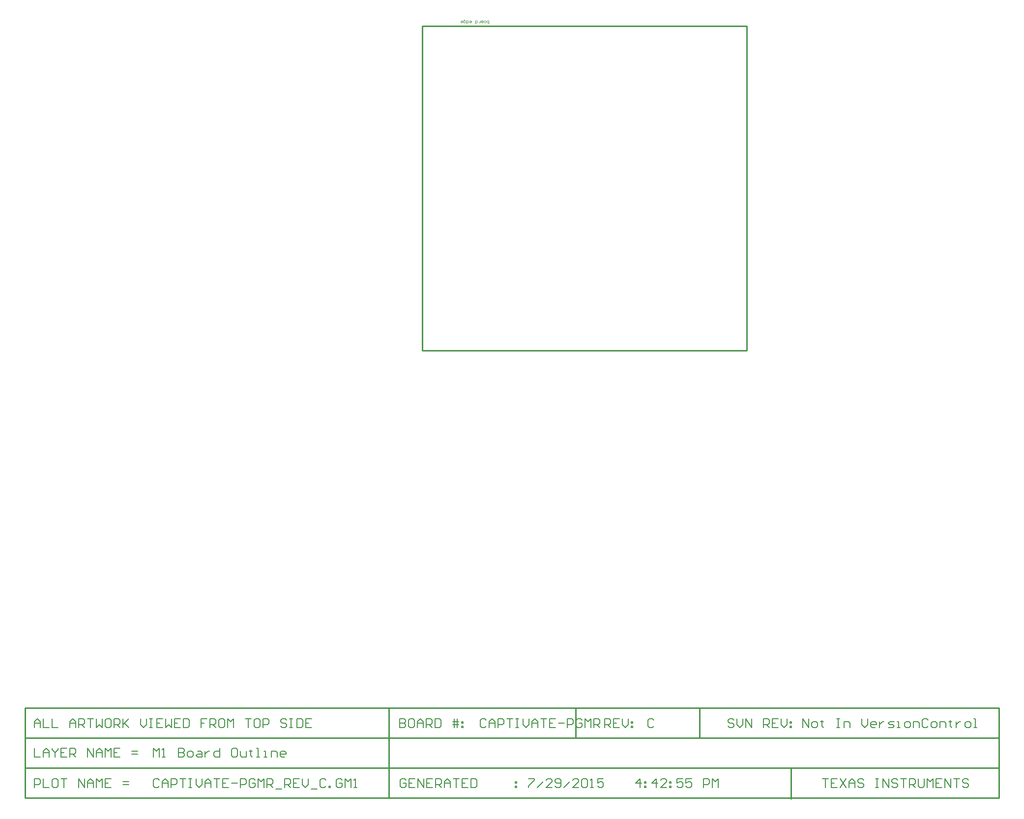
<source format=gm1>
%FSAX25Y25*%
%MOIN*%
G70*
G01*
G75*
G04 Layer_Color=7963671*
%ADD10R,0.01575X0.10236*%
%ADD11R,0.03150X0.02362*%
%ADD12R,0.03150X0.03150*%
%ADD13R,0.03937X0.03740*%
%ADD14R,0.01969X0.01181*%
%ADD15R,0.01181X0.01969*%
%ADD16R,0.02362X0.03150*%
%ADD17R,0.10236X0.01575*%
G04:AMPARAMS|DCode=18|XSize=23.62mil|YSize=39.37mil|CornerRadius=5.91mil|HoleSize=0mil|Usage=FLASHONLY|Rotation=0.000|XOffset=0mil|YOffset=0mil|HoleType=Round|Shape=RoundedRectangle|*
%AMROUNDEDRECTD18*
21,1,0.02362,0.02756,0,0,0.0*
21,1,0.01181,0.03937,0,0,0.0*
1,1,0.01181,0.00591,-0.01378*
1,1,0.01181,-0.00591,-0.01378*
1,1,0.01181,-0.00591,0.01378*
1,1,0.01181,0.00591,0.01378*
%
%ADD18ROUNDEDRECTD18*%
%ADD19R,0.05000X0.06300*%
%ADD20R,0.03740X0.03937*%
%ADD21R,0.04921X0.07087*%
%ADD22R,0.07087X0.04921*%
%ADD23C,0.03937*%
%ADD24O,0.00945X0.02362*%
%ADD25O,0.02362X0.00945*%
%ADD26R,0.16732X0.16732*%
%ADD27R,0.13583X0.13583*%
%ADD28R,0.06890X0.05906*%
%ADD29O,0.01181X0.02362*%
%ADD30R,0.01181X0.02362*%
%ADD31R,0.02165X0.00984*%
%ADD32R,0.02165X0.00787*%
%ADD33R,0.05512X0.03740*%
%ADD34R,0.08268X0.08268*%
%ADD35R,0.06299X0.07480*%
%ADD36R,0.04724X0.07480*%
%ADD37R,0.01575X0.05315*%
%ADD38O,0.02362X0.01181*%
%ADD39R,0.10630X0.10630*%
%ADD40C,0.00800*%
%ADD41C,0.00900*%
%ADD42C,0.01000*%
%ADD43C,0.02000*%
%ADD44C,0.01500*%
%ADD45C,0.01200*%
%ADD46R,0.17200X0.17200*%
%ADD47C,0.06000*%
%ADD48C,0.05906*%
%ADD49R,0.05906X0.05906*%
%ADD50R,0.03937X0.03937*%
%ADD51C,0.09843*%
%ADD52C,0.03000*%
%ADD53C,0.01969*%
%ADD54C,0.04000*%
%ADD55C,0.00100*%
%ADD56C,0.07543*%
%ADD57C,0.06756*%
%ADD58C,0.10693*%
%ADD59C,0.08000*%
%ADD60C,0.05600*%
%ADD61C,0.04787*%
%ADD62C,0.00700*%
%ADD63C,0.00787*%
%ADD64C,0.00669*%
%ADD65C,0.00600*%
%ADD66R,0.01969X0.06299*%
%ADD67R,0.01968X0.06299*%
%ADD68R,0.00787X0.03248*%
%ADD69R,0.01969X0.06299*%
%ADD70R,0.01280X0.02658*%
%ADD71R,0.07039X0.07039*%
%ADD72R,0.05850X0.05850*%
%ADD73R,0.06240X0.05445*%
%ADD74R,0.04677X0.04677*%
%ADD75R,0.00100X0.00100*%
%ADD76R,0.01969X0.10630*%
%ADD77R,0.03543X0.02756*%
%ADD78R,0.03543X0.03543*%
%ADD79R,0.04331X0.04134*%
%ADD80R,0.02362X0.01575*%
%ADD81R,0.01575X0.02362*%
%ADD82R,0.02756X0.03543*%
%ADD83R,0.10630X0.01969*%
G04:AMPARAMS|DCode=84|XSize=27.56mil|YSize=43.31mil|CornerRadius=7.87mil|HoleSize=0mil|Usage=FLASHONLY|Rotation=0.000|XOffset=0mil|YOffset=0mil|HoleType=Round|Shape=RoundedRectangle|*
%AMROUNDEDRECTD84*
21,1,0.02756,0.02756,0,0,0.0*
21,1,0.01181,0.04331,0,0,0.0*
1,1,0.01575,0.00591,-0.01378*
1,1,0.01575,-0.00591,-0.01378*
1,1,0.01575,-0.00591,0.01378*
1,1,0.01575,0.00591,0.01378*
%
%ADD84ROUNDEDRECTD84*%
%ADD85R,0.05394X0.06694*%
%ADD86R,0.04134X0.04331*%
%ADD87R,0.05315X0.07480*%
%ADD88R,0.07480X0.05315*%
%ADD89C,0.07874*%
%ADD90O,0.01496X0.02913*%
%ADD91O,0.02913X0.01496*%
%ADD92R,0.17126X0.17126*%
%ADD93O,0.02756X0.01339*%
%ADD94O,0.01339X0.02756*%
%ADD95R,0.13976X0.13976*%
%ADD96R,0.07284X0.06299*%
%ADD97O,0.01575X0.02756*%
%ADD98R,0.01575X0.02756*%
%ADD99R,0.02559X0.01378*%
%ADD100R,0.02559X0.01181*%
%ADD101R,0.05906X0.04134*%
%ADD102R,0.08661X0.08661*%
%ADD103R,0.06693X0.07874*%
%ADD104R,0.05118X0.07874*%
%ADD105R,0.01969X0.05709*%
%ADD106O,0.02756X0.01575*%
%ADD107R,0.11024X0.11024*%
%ADD108C,0.06394*%
%ADD109C,0.06299*%
%ADD110R,0.06299X0.06299*%
%ADD111C,0.04331*%
%ADD112R,0.04331X0.04331*%
%ADD113C,0.10236*%
%ADD114C,0.02362*%
%ADD115C,0.00472*%
%ADD116C,0.00394*%
G54D40*
X0126900Y0067551D02*
Y0073549D01*
X0128899Y0071549D01*
X0130899Y0073549D01*
Y0067551D01*
X0132898D02*
X0134897D01*
X0133898D01*
Y0073549D01*
X0132898Y0072549D01*
X0143895Y0073549D02*
Y0067551D01*
X0146894D01*
X0147893Y0068550D01*
Y0069550D01*
X0146894Y0070550D01*
X0143895D01*
X0146894D01*
X0147893Y0071549D01*
Y0072549D01*
X0146894Y0073549D01*
X0143895D01*
X0150892Y0067551D02*
X0152892D01*
X0153891Y0068550D01*
Y0070550D01*
X0152892Y0071549D01*
X0150892D01*
X0149893Y0070550D01*
Y0068550D01*
X0150892Y0067551D01*
X0156890Y0071549D02*
X0158890D01*
X0159889Y0070550D01*
Y0067551D01*
X0156890D01*
X0155891Y0068550D01*
X0156890Y0069550D01*
X0159889D01*
X0161889Y0071549D02*
Y0067551D01*
Y0069550D01*
X0162888Y0070550D01*
X0163888Y0071549D01*
X0164888D01*
X0171885Y0073549D02*
Y0067551D01*
X0168886D01*
X0167887Y0068550D01*
Y0070550D01*
X0168886Y0071549D01*
X0171885D01*
X0182882Y0073549D02*
X0180883D01*
X0179883Y0072549D01*
Y0068550D01*
X0180883Y0067551D01*
X0182882D01*
X0183882Y0068550D01*
Y0072549D01*
X0182882Y0073549D01*
X0185881Y0071549D02*
Y0068550D01*
X0186881Y0067551D01*
X0189880D01*
Y0071549D01*
X0192879Y0072549D02*
Y0071549D01*
X0191879D01*
X0193878D01*
X0192879D01*
Y0068550D01*
X0193878Y0067551D01*
X0196877D02*
X0198877D01*
X0197877D01*
Y0073549D01*
X0196877D01*
X0201876Y0067551D02*
X0203875D01*
X0202875D01*
Y0071549D01*
X0201876D01*
X0206874Y0067551D02*
Y0071549D01*
X0209873D01*
X0210873Y0070550D01*
Y0067551D01*
X0215871D02*
X0213872D01*
X0212872Y0068550D01*
Y0070550D01*
X0213872Y0071549D01*
X0215871D01*
X0216871Y0070550D01*
Y0069550D01*
X0212872D01*
X0567400Y0087833D02*
Y0093831D01*
X0571399Y0087833D01*
Y0093831D01*
X0574398Y0087833D02*
X0576397D01*
X0577397Y0088833D01*
Y0090832D01*
X0576397Y0091832D01*
X0574398D01*
X0573398Y0090832D01*
Y0088833D01*
X0574398Y0087833D01*
X0580396Y0092832D02*
Y0091832D01*
X0579396D01*
X0581395D01*
X0580396D01*
Y0088833D01*
X0581395Y0087833D01*
X0590393Y0093831D02*
X0592392D01*
X0591392D01*
Y0087833D01*
X0590393D01*
X0592392D01*
X0595391D02*
Y0091832D01*
X0598390D01*
X0599390Y0090832D01*
Y0087833D01*
X0607387Y0093831D02*
Y0089833D01*
X0609386Y0087833D01*
X0611386Y0089833D01*
Y0093831D01*
X0616384Y0087833D02*
X0614385D01*
X0613385Y0088833D01*
Y0090832D01*
X0614385Y0091832D01*
X0616384D01*
X0617384Y0090832D01*
Y0089833D01*
X0613385D01*
X0619383Y0091832D02*
Y0087833D01*
Y0089833D01*
X0620383Y0090832D01*
X0621383Y0091832D01*
X0622382D01*
X0625381Y0087833D02*
X0628380D01*
X0629380Y0088833D01*
X0628380Y0089833D01*
X0626381D01*
X0625381Y0090832D01*
X0626381Y0091832D01*
X0629380D01*
X0631379Y0087833D02*
X0633379D01*
X0632379D01*
Y0091832D01*
X0631379D01*
X0637377Y0087833D02*
X0639377D01*
X0640376Y0088833D01*
Y0090832D01*
X0639377Y0091832D01*
X0637377D01*
X0636378Y0090832D01*
Y0088833D01*
X0637377Y0087833D01*
X0642376D02*
Y0091832D01*
X0645375D01*
X0646374Y0090832D01*
Y0087833D01*
X0652373Y0092832D02*
X0651373Y0093831D01*
X0649373D01*
X0648374Y0092832D01*
Y0088833D01*
X0649373Y0087833D01*
X0651373D01*
X0652373Y0088833D01*
X0655372Y0087833D02*
X0657371D01*
X0658371Y0088833D01*
Y0090832D01*
X0657371Y0091832D01*
X0655372D01*
X0654372Y0090832D01*
Y0088833D01*
X0655372Y0087833D01*
X0660370D02*
Y0091832D01*
X0663369D01*
X0664369Y0090832D01*
Y0087833D01*
X0667368Y0092832D02*
Y0091832D01*
X0666368D01*
X0668367D01*
X0667368D01*
Y0088833D01*
X0668367Y0087833D01*
X0671366Y0091832D02*
Y0087833D01*
Y0089833D01*
X0672366Y0090832D01*
X0673366Y0091832D01*
X0674365D01*
X0678364Y0087833D02*
X0680364D01*
X0681363Y0088833D01*
Y0090832D01*
X0680364Y0091832D01*
X0678364D01*
X0677364Y0090832D01*
Y0088833D01*
X0678364Y0087833D01*
X0683362D02*
X0685362D01*
X0684362D01*
Y0093831D01*
X0683362D01*
X0520799Y0092832D02*
X0519799Y0093831D01*
X0517800D01*
X0516800Y0092832D01*
Y0091832D01*
X0517800Y0090832D01*
X0519799D01*
X0520799Y0089833D01*
Y0088833D01*
X0519799Y0087833D01*
X0517800D01*
X0516800Y0088833D01*
X0522798Y0093831D02*
Y0089833D01*
X0524797Y0087833D01*
X0526797Y0089833D01*
Y0093831D01*
X0528796Y0087833D02*
Y0093831D01*
X0532795Y0087833D01*
Y0093831D01*
X0540792Y0087833D02*
Y0093831D01*
X0543791D01*
X0544791Y0092832D01*
Y0090832D01*
X0543791Y0089833D01*
X0540792D01*
X0542792D02*
X0544791Y0087833D01*
X0550789Y0093831D02*
X0546790D01*
Y0087833D01*
X0550789D01*
X0546790Y0090832D02*
X0548790D01*
X0552788Y0093831D02*
Y0089833D01*
X0554788Y0087833D01*
X0556787Y0089833D01*
Y0093831D01*
X0558786Y0091832D02*
X0559786D01*
Y0090832D01*
X0558786D01*
Y0091832D01*
Y0088833D02*
X0559786D01*
Y0087833D01*
X0558786D01*
Y0088833D01*
X0433000Y0087833D02*
Y0093831D01*
X0435999D01*
X0436999Y0092832D01*
Y0090832D01*
X0435999Y0089833D01*
X0433000D01*
X0434999D02*
X0436999Y0087833D01*
X0442997Y0093831D02*
X0438998D01*
Y0087833D01*
X0442997D01*
X0438998Y0090832D02*
X0440997D01*
X0444996Y0093831D02*
Y0089833D01*
X0446995Y0087833D01*
X0448995Y0089833D01*
Y0093831D01*
X0450994Y0091832D02*
X0451994D01*
Y0090832D01*
X0450994D01*
Y0091832D01*
Y0088833D02*
X0451994D01*
Y0087833D01*
X0450994D01*
Y0088833D01*
X0130899Y0051965D02*
X0129899Y0052965D01*
X0127900D01*
X0126900Y0051965D01*
Y0047966D01*
X0127900Y0046966D01*
X0129899D01*
X0130899Y0047966D01*
X0132898Y0046966D02*
Y0050965D01*
X0134897Y0052965D01*
X0136897Y0050965D01*
Y0046966D01*
Y0049966D01*
X0132898D01*
X0138896Y0046966D02*
Y0052965D01*
X0141895D01*
X0142895Y0051965D01*
Y0049966D01*
X0141895Y0048966D01*
X0138896D01*
X0144894Y0052965D02*
X0148893D01*
X0146894D01*
Y0046966D01*
X0150892Y0052965D02*
X0152892D01*
X0151892D01*
Y0046966D01*
X0150892D01*
X0152892D01*
X0155891Y0052965D02*
Y0048966D01*
X0157890Y0046966D01*
X0159889Y0048966D01*
Y0052965D01*
X0161889Y0046966D02*
Y0050965D01*
X0163888Y0052965D01*
X0165887Y0050965D01*
Y0046966D01*
Y0049966D01*
X0161889D01*
X0167887Y0052965D02*
X0171885D01*
X0169886D01*
Y0046966D01*
X0177884Y0052965D02*
X0173885D01*
Y0046966D01*
X0177884D01*
X0173885Y0049966D02*
X0175884D01*
X0179883D02*
X0183882D01*
X0185881Y0046966D02*
Y0052965D01*
X0188880D01*
X0189880Y0051965D01*
Y0049966D01*
X0188880Y0048966D01*
X0185881D01*
X0195878Y0051965D02*
X0194878Y0052965D01*
X0192879D01*
X0191879Y0051965D01*
Y0047966D01*
X0192879Y0046966D01*
X0194878D01*
X0195878Y0047966D01*
Y0049966D01*
X0193878D01*
X0197877Y0046966D02*
Y0052965D01*
X0199876Y0050965D01*
X0201876Y0052965D01*
Y0046966D01*
X0203875D02*
Y0052965D01*
X0206874D01*
X0207874Y0051965D01*
Y0049966D01*
X0206874Y0048966D01*
X0203875D01*
X0205874D02*
X0207874Y0046966D01*
X0209873Y0045967D02*
X0213872D01*
X0215871Y0046966D02*
Y0052965D01*
X0218870D01*
X0219870Y0051965D01*
Y0049966D01*
X0218870Y0048966D01*
X0215871D01*
X0217871D02*
X0219870Y0046966D01*
X0225868Y0052965D02*
X0221869D01*
Y0046966D01*
X0225868D01*
X0221869Y0049966D02*
X0223869D01*
X0227867Y0052965D02*
Y0048966D01*
X0229867Y0046966D01*
X0231866Y0048966D01*
Y0052965D01*
X0233865Y0045967D02*
X0237864D01*
X0243862Y0051965D02*
X0242863Y0052965D01*
X0240863D01*
X0239863Y0051965D01*
Y0047966D01*
X0240863Y0046966D01*
X0242863D01*
X0243862Y0047966D01*
X0245862Y0046966D02*
Y0047966D01*
X0246861D01*
Y0046966D01*
X0245862D01*
X0254859Y0051965D02*
X0253859Y0052965D01*
X0251860D01*
X0250860Y0051965D01*
Y0047966D01*
X0251860Y0046966D01*
X0253859D01*
X0254859Y0047966D01*
Y0049966D01*
X0252859D01*
X0256858Y0046966D02*
Y0052965D01*
X0258857Y0050965D01*
X0260857Y0052965D01*
Y0046966D01*
X0262856D02*
X0264855D01*
X0263856D01*
Y0052965D01*
X0262856Y0051965D01*
X0381150Y0052965D02*
X0385149D01*
Y0051965D01*
X0381150Y0047966D01*
Y0046966D01*
X0387148D02*
X0391147Y0050965D01*
X0397145Y0046966D02*
X0393146D01*
X0397145Y0050965D01*
Y0051965D01*
X0396145Y0052965D01*
X0394146D01*
X0393146Y0051965D01*
X0399144Y0047966D02*
X0400144Y0046966D01*
X0402143D01*
X0403143Y0047966D01*
Y0051965D01*
X0402143Y0052965D01*
X0400144D01*
X0399144Y0051965D01*
Y0050965D01*
X0400144Y0049966D01*
X0403143D01*
X0405142Y0046966D02*
X0409141Y0050965D01*
X0415139Y0046966D02*
X0411140D01*
X0415139Y0050965D01*
Y0051965D01*
X0414139Y0052965D01*
X0412140D01*
X0411140Y0051965D01*
X0417138D02*
X0418138Y0052965D01*
X0420137D01*
X0421137Y0051965D01*
Y0047966D01*
X0420137Y0046966D01*
X0418138D01*
X0417138Y0047966D01*
Y0051965D01*
X0423136Y0046966D02*
X0425136D01*
X0424136D01*
Y0052965D01*
X0423136Y0051965D01*
X0432133Y0052965D02*
X0428135D01*
Y0049966D01*
X0430134Y0050965D01*
X0431134D01*
X0432133Y0049966D01*
Y0047966D01*
X0431134Y0046966D01*
X0429135D01*
X0428135Y0047966D01*
X0298199Y0051965D02*
X0297199Y0052965D01*
X0295200D01*
X0294200Y0051965D01*
Y0047966D01*
X0295200Y0046966D01*
X0297199D01*
X0298199Y0047966D01*
Y0049966D01*
X0296199D01*
X0304197Y0052965D02*
X0300198D01*
Y0046966D01*
X0304197D01*
X0300198Y0049966D02*
X0302197D01*
X0306196Y0046966D02*
Y0052965D01*
X0310195Y0046966D01*
Y0052965D01*
X0316193D02*
X0312194D01*
Y0046966D01*
X0316193D01*
X0312194Y0049966D02*
X0314194D01*
X0318192Y0046966D02*
Y0052965D01*
X0321191D01*
X0322191Y0051965D01*
Y0049966D01*
X0321191Y0048966D01*
X0318192D01*
X0320192D02*
X0322191Y0046966D01*
X0324190D02*
Y0050965D01*
X0326190Y0052965D01*
X0328189Y0050965D01*
Y0046966D01*
Y0049966D01*
X0324190D01*
X0330188Y0052965D02*
X0334187D01*
X0332188D01*
Y0046966D01*
X0340185Y0052965D02*
X0336186D01*
Y0046966D01*
X0340185D01*
X0336186Y0049966D02*
X0338186D01*
X0342184Y0052965D02*
Y0046966D01*
X0345183D01*
X0346183Y0047966D01*
Y0051965D01*
X0345183Y0052965D01*
X0342184D01*
X0372175Y0050965D02*
X0373175D01*
Y0049966D01*
X0372175D01*
Y0050965D01*
Y0047966D02*
X0373175D01*
Y0046966D01*
X0372175D01*
Y0047966D01*
X0046350Y0087833D02*
Y0091832D01*
X0048349Y0093831D01*
X0050349Y0091832D01*
Y0087833D01*
Y0090832D01*
X0046350D01*
X0052348Y0093831D02*
Y0087833D01*
X0056347D01*
X0058346Y0093831D02*
Y0087833D01*
X0062345D01*
X0070342D02*
Y0091832D01*
X0072342Y0093831D01*
X0074341Y0091832D01*
Y0087833D01*
Y0090832D01*
X0070342D01*
X0076340Y0087833D02*
Y0093831D01*
X0079339D01*
X0080339Y0092832D01*
Y0090832D01*
X0079339Y0089833D01*
X0076340D01*
X0078340D02*
X0080339Y0087833D01*
X0082338Y0093831D02*
X0086337D01*
X0084338D01*
Y0087833D01*
X0088336Y0093831D02*
Y0087833D01*
X0090336Y0089833D01*
X0092335Y0087833D01*
Y0093831D01*
X0097334D02*
X0095334D01*
X0094335Y0092832D01*
Y0088833D01*
X0095334Y0087833D01*
X0097334D01*
X0098333Y0088833D01*
Y0092832D01*
X0097334Y0093831D01*
X0100332Y0087833D02*
Y0093831D01*
X0103332D01*
X0104331Y0092832D01*
Y0090832D01*
X0103332Y0089833D01*
X0100332D01*
X0102332D02*
X0104331Y0087833D01*
X0106331Y0093831D02*
Y0087833D01*
Y0089833D01*
X0110329Y0093831D01*
X0107330Y0090832D01*
X0110329Y0087833D01*
X0118327Y0093831D02*
Y0089833D01*
X0120326Y0087833D01*
X0122325Y0089833D01*
Y0093831D01*
X0124325D02*
X0126324D01*
X0125324D01*
Y0087833D01*
X0124325D01*
X0126324D01*
X0133322Y0093831D02*
X0129323D01*
Y0087833D01*
X0133322D01*
X0129323Y0090832D02*
X0131323D01*
X0135321Y0093831D02*
Y0087833D01*
X0137321Y0089833D01*
X0139320Y0087833D01*
Y0093831D01*
X0145318D02*
X0141319D01*
Y0087833D01*
X0145318D01*
X0141319Y0090832D02*
X0143319D01*
X0147317Y0093831D02*
Y0087833D01*
X0150316D01*
X0151316Y0088833D01*
Y0092832D01*
X0150316Y0093831D01*
X0147317D01*
X0163312D02*
X0159313D01*
Y0090832D01*
X0161313D01*
X0159313D01*
Y0087833D01*
X0165312D02*
Y0093831D01*
X0168310D01*
X0169310Y0092832D01*
Y0090832D01*
X0168310Y0089833D01*
X0165312D01*
X0167311D02*
X0169310Y0087833D01*
X0174309Y0093831D02*
X0172309D01*
X0171310Y0092832D01*
Y0088833D01*
X0172309Y0087833D01*
X0174309D01*
X0175308Y0088833D01*
Y0092832D01*
X0174309Y0093831D01*
X0177308Y0087833D02*
Y0093831D01*
X0179307Y0091832D01*
X0181306Y0093831D01*
Y0087833D01*
X0189304Y0093831D02*
X0193303D01*
X0191303D01*
Y0087833D01*
X0198301Y0093831D02*
X0196301D01*
X0195302Y0092832D01*
Y0088833D01*
X0196301Y0087833D01*
X0198301D01*
X0199301Y0088833D01*
Y0092832D01*
X0198301Y0093831D01*
X0201300Y0087833D02*
Y0093831D01*
X0204299D01*
X0205299Y0092832D01*
Y0090832D01*
X0204299Y0089833D01*
X0201300D01*
X0217295Y0092832D02*
X0216295Y0093831D01*
X0214296D01*
X0213296Y0092832D01*
Y0091832D01*
X0214296Y0090832D01*
X0216295D01*
X0217295Y0089833D01*
Y0088833D01*
X0216295Y0087833D01*
X0214296D01*
X0213296Y0088833D01*
X0219294Y0093831D02*
X0221293D01*
X0220294D01*
Y0087833D01*
X0219294D01*
X0221293D01*
X0224292Y0093831D02*
Y0087833D01*
X0227291D01*
X0228291Y0088833D01*
Y0092832D01*
X0227291Y0093831D01*
X0224292D01*
X0234289D02*
X0230291D01*
Y0087833D01*
X0234289D01*
X0230291Y0090832D02*
X0232290D01*
X0466149Y0092832D02*
X0465149Y0093831D01*
X0463150D01*
X0462150Y0092832D01*
Y0088833D01*
X0463150Y0087833D01*
X0465149D01*
X0466149Y0088833D01*
X0352549Y0092832D02*
X0351549Y0093831D01*
X0349550D01*
X0348550Y0092832D01*
Y0088833D01*
X0349550Y0087833D01*
X0351549D01*
X0352549Y0088833D01*
X0354548Y0087833D02*
Y0091832D01*
X0356547Y0093831D01*
X0358547Y0091832D01*
Y0087833D01*
Y0090832D01*
X0354548D01*
X0360546Y0087833D02*
Y0093831D01*
X0363545D01*
X0364545Y0092832D01*
Y0090832D01*
X0363545Y0089833D01*
X0360546D01*
X0366544Y0093831D02*
X0370543D01*
X0368544D01*
Y0087833D01*
X0372542Y0093831D02*
X0374542D01*
X0373542D01*
Y0087833D01*
X0372542D01*
X0374542D01*
X0377541Y0093831D02*
Y0089833D01*
X0379540Y0087833D01*
X0381539Y0089833D01*
Y0093831D01*
X0383539Y0087833D02*
Y0091832D01*
X0385538Y0093831D01*
X0387537Y0091832D01*
Y0087833D01*
Y0090832D01*
X0383539D01*
X0389537Y0093831D02*
X0393535D01*
X0391536D01*
Y0087833D01*
X0399534Y0093831D02*
X0395535D01*
Y0087833D01*
X0399534D01*
X0395535Y0090832D02*
X0397534D01*
X0401533D02*
X0405532D01*
X0407531Y0087833D02*
Y0093831D01*
X0410530D01*
X0411530Y0092832D01*
Y0090832D01*
X0410530Y0089833D01*
X0407531D01*
X0417528Y0092832D02*
X0416528Y0093831D01*
X0414529D01*
X0413529Y0092832D01*
Y0088833D01*
X0414529Y0087833D01*
X0416528D01*
X0417528Y0088833D01*
Y0090832D01*
X0415528D01*
X0419527Y0087833D02*
Y0093831D01*
X0421526Y0091832D01*
X0423526Y0093831D01*
Y0087833D01*
X0425525D02*
Y0093831D01*
X0428524D01*
X0429524Y0092832D01*
Y0090832D01*
X0428524Y0089833D01*
X0425525D01*
X0427524D02*
X0429524Y0087833D01*
X0294000Y0093831D02*
Y0087833D01*
X0296999D01*
X0297999Y0088833D01*
Y0089833D01*
X0296999Y0090832D01*
X0294000D01*
X0296999D01*
X0297999Y0091832D01*
Y0092832D01*
X0296999Y0093831D01*
X0294000D01*
X0302997D02*
X0300998D01*
X0299998Y0092832D01*
Y0088833D01*
X0300998Y0087833D01*
X0302997D01*
X0303997Y0088833D01*
Y0092832D01*
X0302997Y0093831D01*
X0305996Y0087833D02*
Y0091832D01*
X0307996Y0093831D01*
X0309995Y0091832D01*
Y0087833D01*
Y0090832D01*
X0305996D01*
X0311994Y0087833D02*
Y0093831D01*
X0314993D01*
X0315993Y0092832D01*
Y0090832D01*
X0314993Y0089833D01*
X0311994D01*
X0313994D02*
X0315993Y0087833D01*
X0317992Y0093831D02*
Y0087833D01*
X0320991D01*
X0321991Y0088833D01*
Y0092832D01*
X0320991Y0093831D01*
X0317992D01*
X0330988Y0087833D02*
Y0093831D01*
X0332987D02*
Y0087833D01*
X0329988Y0091832D02*
X0332987D01*
X0333987D01*
X0329988Y0089833D02*
X0333987D01*
X0335986Y0091832D02*
X0336986D01*
Y0090832D01*
X0335986D01*
Y0091832D01*
Y0088833D02*
X0336986D01*
Y0087833D01*
X0335986D01*
Y0088833D01*
X0046350Y0073549D02*
Y0067551D01*
X0050349D01*
X0052348D02*
Y0071549D01*
X0054347Y0073549D01*
X0056347Y0071549D01*
Y0067551D01*
Y0070550D01*
X0052348D01*
X0058346Y0073549D02*
Y0072549D01*
X0060346Y0070550D01*
X0062345Y0072549D01*
Y0073549D01*
X0060346Y0070550D02*
Y0067551D01*
X0068343Y0073549D02*
X0064344D01*
Y0067551D01*
X0068343D01*
X0064344Y0070550D02*
X0066343D01*
X0070342Y0067551D02*
Y0073549D01*
X0073341D01*
X0074341Y0072549D01*
Y0070550D01*
X0073341Y0069550D01*
X0070342D01*
X0072342D02*
X0074341Y0067551D01*
X0082338D02*
Y0073549D01*
X0086337Y0067551D01*
Y0073549D01*
X0088336Y0067551D02*
Y0071549D01*
X0090336Y0073549D01*
X0092335Y0071549D01*
Y0067551D01*
Y0070550D01*
X0088336D01*
X0094335Y0067551D02*
Y0073549D01*
X0096334Y0071549D01*
X0098333Y0073549D01*
Y0067551D01*
X0104331Y0073549D02*
X0100332D01*
Y0067551D01*
X0104331D01*
X0100332Y0070550D02*
X0102332D01*
X0112329Y0069550D02*
X0116327D01*
X0112329Y0071549D02*
X0116327D01*
X0046350Y0046966D02*
Y0052965D01*
X0049349D01*
X0050349Y0051965D01*
Y0049966D01*
X0049349Y0048966D01*
X0046350D01*
X0052348Y0052965D02*
Y0046966D01*
X0056347D01*
X0061345Y0052965D02*
X0059346D01*
X0058346Y0051965D01*
Y0047966D01*
X0059346Y0046966D01*
X0061345D01*
X0062345Y0047966D01*
Y0051965D01*
X0061345Y0052965D01*
X0064344D02*
X0068343D01*
X0066343D01*
Y0046966D01*
X0076340D02*
Y0052965D01*
X0080339Y0046966D01*
Y0052965D01*
X0082338Y0046966D02*
Y0050965D01*
X0084338Y0052965D01*
X0086337Y0050965D01*
Y0046966D01*
Y0049966D01*
X0082338D01*
X0088336Y0046966D02*
Y0052965D01*
X0090336Y0050965D01*
X0092335Y0052965D01*
Y0046966D01*
X0098333Y0052965D02*
X0094335D01*
Y0046966D01*
X0098333D01*
X0094335Y0049966D02*
X0096334D01*
X0106331Y0048966D02*
X0110329D01*
X0106331Y0050965D02*
X0110329D01*
X0457049Y0046966D02*
Y0052965D01*
X0454050Y0049966D01*
X0458049D01*
X0460048Y0050965D02*
X0461048D01*
Y0049966D01*
X0460048D01*
Y0050965D01*
Y0047966D02*
X0461048D01*
Y0046966D01*
X0460048D01*
Y0047966D01*
X0468046Y0046966D02*
Y0052965D01*
X0465046Y0049966D01*
X0469045D01*
X0475043Y0046966D02*
X0471044D01*
X0475043Y0050965D01*
Y0051965D01*
X0474044Y0052965D01*
X0472044D01*
X0471044Y0051965D01*
X0477043Y0050965D02*
X0478042D01*
Y0049966D01*
X0477043D01*
Y0050965D01*
Y0047966D02*
X0478042D01*
Y0046966D01*
X0477043D01*
Y0047966D01*
X0486040Y0052965D02*
X0482041D01*
Y0049966D01*
X0484040Y0050965D01*
X0485040D01*
X0486040Y0049966D01*
Y0047966D01*
X0485040Y0046966D01*
X0483041D01*
X0482041Y0047966D01*
X0492038Y0052965D02*
X0488039D01*
Y0049966D01*
X0490038Y0050965D01*
X0491038D01*
X0492038Y0049966D01*
Y0047966D01*
X0491038Y0046966D01*
X0489039D01*
X0488039Y0047966D01*
X0500035Y0046966D02*
Y0052965D01*
X0503034D01*
X0504034Y0051965D01*
Y0049966D01*
X0503034Y0048966D01*
X0500035D01*
X0506033Y0046966D02*
Y0052965D01*
X0508033Y0050965D01*
X0510032Y0052965D01*
Y0046966D01*
X0580500Y0052965D02*
X0584499D01*
X0582499D01*
Y0046966D01*
X0590497Y0052965D02*
X0586498D01*
Y0046966D01*
X0590497D01*
X0586498Y0049966D02*
X0588497D01*
X0592496Y0052965D02*
X0596495Y0046966D01*
Y0052965D02*
X0592496Y0046966D01*
X0598494D02*
Y0050965D01*
X0600493Y0052965D01*
X0602493Y0050965D01*
Y0046966D01*
Y0049966D01*
X0598494D01*
X0608491Y0051965D02*
X0607491Y0052965D01*
X0605492D01*
X0604492Y0051965D01*
Y0050965D01*
X0605492Y0049966D01*
X0607491D01*
X0608491Y0048966D01*
Y0047966D01*
X0607491Y0046966D01*
X0605492D01*
X0604492Y0047966D01*
X0616488Y0052965D02*
X0618488D01*
X0617488D01*
Y0046966D01*
X0616488D01*
X0618488D01*
X0621487D02*
Y0052965D01*
X0625486Y0046966D01*
Y0052965D01*
X0631484Y0051965D02*
X0630484Y0052965D01*
X0628484D01*
X0627485Y0051965D01*
Y0050965D01*
X0628484Y0049966D01*
X0630484D01*
X0631484Y0048966D01*
Y0047966D01*
X0630484Y0046966D01*
X0628484D01*
X0627485Y0047966D01*
X0633483Y0052965D02*
X0637482D01*
X0635482D01*
Y0046966D01*
X0639481D02*
Y0052965D01*
X0642480D01*
X0643480Y0051965D01*
Y0049966D01*
X0642480Y0048966D01*
X0639481D01*
X0641480D02*
X0643480Y0046966D01*
X0645479Y0052965D02*
Y0047966D01*
X0646479Y0046966D01*
X0648478D01*
X0649478Y0047966D01*
Y0052965D01*
X0651477Y0046966D02*
Y0052965D01*
X0653476Y0050965D01*
X0655476Y0052965D01*
Y0046966D01*
X0661474Y0052965D02*
X0657475D01*
Y0046966D01*
X0661474D01*
X0657475Y0049966D02*
X0659474D01*
X0663473Y0046966D02*
Y0052965D01*
X0667472Y0046966D01*
Y0052965D01*
X0669471D02*
X0673470D01*
X0671471D01*
Y0046966D01*
X0679468Y0051965D02*
X0678468Y0052965D01*
X0676469D01*
X0675469Y0051965D01*
Y0050965D01*
X0676469Y0049966D01*
X0678468D01*
X0679468Y0048966D01*
Y0047966D01*
X0678468Y0046966D01*
X0676469D01*
X0675469Y0047966D01*
G54D42*
X0309200Y0343400D02*
Y0563400D01*
X0529200D01*
X0309200Y0343400D02*
X0529200D01*
Y0563400D01*
X0497200Y0080717D02*
Y0101050D01*
X0413200Y0080717D02*
Y0101050D01*
X0040000Y0080717D02*
X0700200D01*
X0040000Y0060383D02*
X0700000D01*
X0040000Y0040050D02*
X0440500D01*
X0040050Y0101050D02*
X0700200D01*
X0040050Y0040050D02*
Y0101050D01*
Y0040050D02*
X0197600D01*
X0040000D02*
Y0101050D01*
X0286500Y0040050D02*
Y0101050D01*
X0700200Y0040050D02*
Y0101050D01*
X0440500Y0040050D02*
X0700200D01*
X0559400Y0039400D02*
Y0059683D01*
G54D115*
X0321830Y0563640D02*
X0366909D01*
G54D116*
X0354409Y0565117D02*
Y0567085D01*
X0353425D01*
X0353097Y0566757D01*
Y0566429D01*
Y0566101D01*
X0353425Y0565773D01*
X0354409D01*
X0352113Y0567085D02*
X0351457D01*
X0351129Y0566757D01*
Y0566101D01*
X0351457Y0565773D01*
X0352113D01*
X0352441Y0566101D01*
Y0566757D01*
X0352113Y0567085D01*
X0350145Y0565773D02*
X0349489D01*
X0349161Y0566101D01*
Y0567085D01*
X0350145D01*
X0350473Y0566757D01*
X0350145Y0566429D01*
X0349161D01*
X0348505Y0565773D02*
Y0567085D01*
Y0566429D01*
X0348177Y0566101D01*
X0347849Y0565773D01*
X0347521D01*
X0345225Y0565117D02*
Y0567085D01*
X0346209D01*
X0346537Y0566757D01*
Y0566101D01*
X0346209Y0565773D01*
X0345225D01*
X0341618Y0567085D02*
X0342274D01*
X0342602Y0566757D01*
Y0566101D01*
X0342274Y0565773D01*
X0341618D01*
X0341290Y0566101D01*
Y0566429D01*
X0342602D01*
X0339322Y0565117D02*
Y0567085D01*
X0340306D01*
X0340634Y0566757D01*
Y0566101D01*
X0340306Y0565773D01*
X0339322D01*
X0338010Y0567741D02*
X0337682D01*
X0337354Y0567413D01*
Y0565773D01*
X0338338D01*
X0338666Y0566101D01*
Y0566757D01*
X0338338Y0567085D01*
X0337354D01*
X0335714D02*
X0336370D01*
X0336698Y0566757D01*
Y0566101D01*
X0336370Y0565773D01*
X0335714D01*
X0335386Y0566101D01*
Y0566429D01*
X0336698D01*
M02*

</source>
